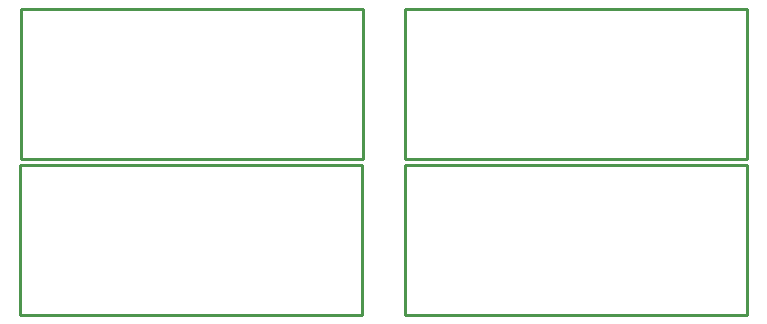
<source format=gm1>
%FSDAX24Y24*%
%MOIN*%
%SFA1B1*%

%IPPOS*%
%ADD24C,0.010000*%
%LNpcb_relayboard-1*%
%LPD*%
G54D24*
X013507Y002500D02*
X024925D01*
Y007500*
X013507D02*
X024925D01*
X013507Y002500D02*
Y007500D01*
X013506Y012688D02*
X024923D01*
X013506Y007688D02*
Y012688D01*
Y007688D02*
X024923D01*
Y012688*
X000674Y007500D02*
X012092D01*
X000674Y002500D02*
Y007500D01*
Y002500D02*
X012092D01*
Y007500*
X000707Y007700D02*
X012125D01*
Y012700*
X000707D02*
X012125D01*
X000707Y007700D02*
Y012700D01*
M02*
</source>
